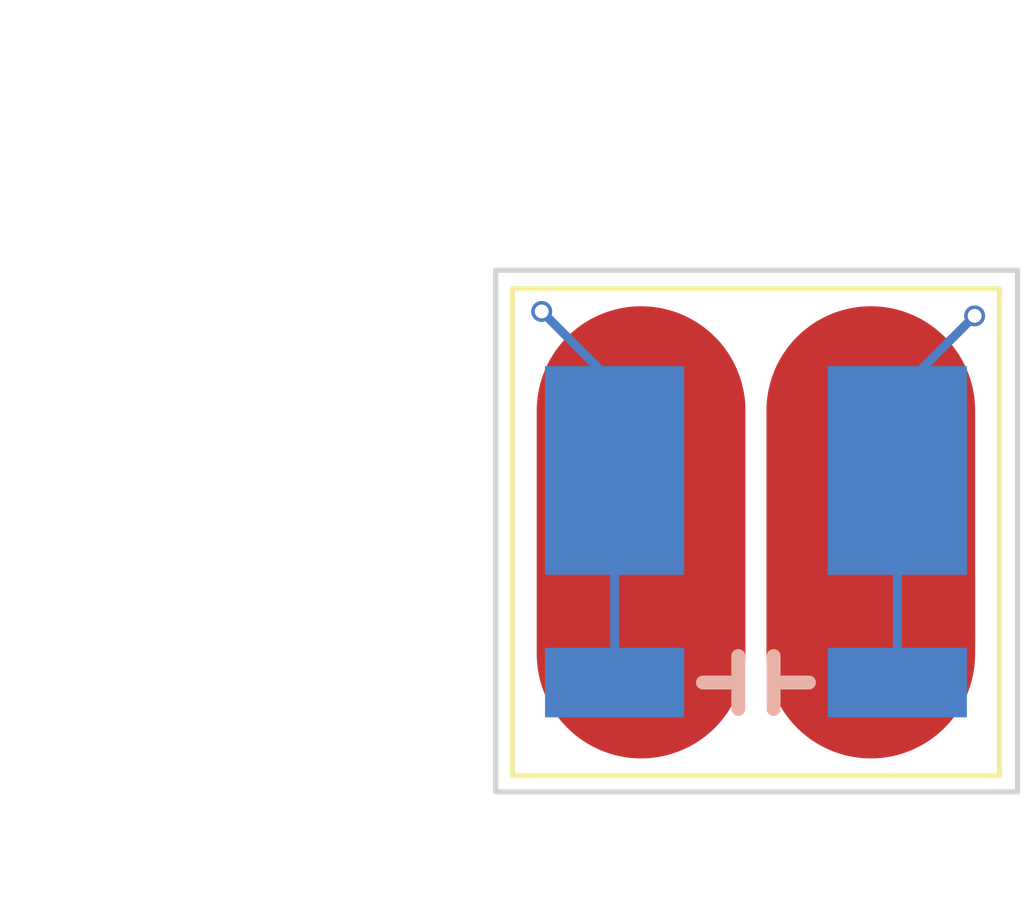
<source format=kicad_pcb>
(kicad_pcb (version 4) (host pcbnew 4.0.6)

  (general
    (links 4)
    (no_connects 0)
    (area 149.924999 89.924999 165.075001 105.075001)
    (thickness 1.6)
    (drawings 6)
    (tracks 12)
    (zones 0)
    (modules 2)
    (nets 3)
  )

  (page A4)
  (layers
    (0 F.Cu signal)
    (31 B.Cu signal)
    (32 B.Adhes user)
    (33 F.Adhes user)
    (34 B.Paste user)
    (35 F.Paste user)
    (36 B.SilkS user)
    (37 F.SilkS user)
    (38 B.Mask user)
    (39 F.Mask user)
    (40 Dwgs.User user)
    (41 Cmts.User user)
    (42 Eco1.User user)
    (43 Eco2.User user)
    (44 Edge.Cuts user)
    (45 Margin user)
    (46 B.CrtYd user)
    (47 F.CrtYd user)
    (48 B.Fab user)
    (49 F.Fab user)
  )

  (setup
    (last_trace_width 0.25)
    (trace_clearance 0.2)
    (zone_clearance 0.508)
    (zone_45_only yes)
    (trace_min 0.2)
    (segment_width 0.2)
    (edge_width 0.15)
    (via_size 0.6)
    (via_drill 0.4)
    (via_min_size 0.4)
    (via_min_drill 0.3)
    (uvia_size 0.3)
    (uvia_drill 0.1)
    (uvias_allowed no)
    (uvia_min_size 0.2)
    (uvia_min_drill 0.1)
    (pcb_text_width 0.3)
    (pcb_text_size 1.5 1.5)
    (mod_edge_width 0.15)
    (mod_text_size 1 1)
    (mod_text_width 0.15)
    (pad_size 4 2)
    (pad_drill 0)
    (pad_to_mask_clearance 0.2)
    (aux_axis_origin 188.468 96.3295)
    (visible_elements 7FFFFFFF)
    (pcbplotparams
      (layerselection 0x00030_80000001)
      (usegerberextensions false)
      (excludeedgelayer true)
      (linewidth 0.100000)
      (plotframeref false)
      (viasonmask false)
      (mode 1)
      (useauxorigin false)
      (hpglpennumber 1)
      (hpglpenspeed 20)
      (hpglpendiameter 15)
      (hpglpenoverlay 2)
      (psnegative false)
      (psa4output false)
      (plotreference true)
      (plotvalue true)
      (plotinvisibletext false)
      (padsonsilk false)
      (subtractmaskfromsilk false)
      (outputformat 1)
      (mirror false)
      (drillshape 1)
      (scaleselection 1)
      (outputdirectory ""))
  )

  (net 0 "")
  (net 1 GND)
  (net 2 "Net-(J1-Pad1)")

  (net_class Default "This is the default net class."
    (clearance 0.2)
    (trace_width 0.25)
    (via_dia 0.6)
    (via_drill 0.4)
    (uvia_dia 0.3)
    (uvia_drill 0.1)
    (add_net GND)
    (add_net "Net-(J1-Pad1)")
  )

  (module touch_two_pad (layer F.Cu) (tedit 5C1A6849) (tstamp 5C167BC9)
    (at 157.48 97.536)
    (path /5AF988CE)
    (fp_text reference JP1 (at 0 9.652) (layer F.Fab)
      (effects (font (size 1 1) (thickness 0.15)))
    )
    (fp_text value touch (at 0 8.128) (layer F.Fab)
      (effects (font (size 1 1) (thickness 0.15)))
    )
    (fp_line (start -7 7) (end 7 7) (layer F.SilkS) (width 0.15))
    (fp_line (start 7 7) (end 7 -7) (layer F.SilkS) (width 0.15))
    (fp_line (start -7 -7) (end 7 -7) (layer F.SilkS) (width 0.15))
    (fp_line (start -7 7) (end -7 -7) (layer F.SilkS) (width 0.15))
    (pad 2 smd oval (at 3.302 0) (size 6 13) (layers F.Cu F.Paste F.Mask)
      (net 2 "Net-(J1-Pad1)"))
    (pad 1 smd oval (at -3.302 0) (size 6 13) (layers F.Cu F.Paste F.Mask)
      (net 1 GND))
  )

  (module Touch_conn:touch_conn_cap (layer B.Cu) (tedit 5C16700E) (tstamp 5C167BA0)
    (at 157.48 97.79 90)
    (path /5B018E1F)
    (fp_text reference J1 (at 0 -7.112 90) (layer B.Fab)
      (effects (font (size 1 1) (thickness 0.15)) (justify mirror))
    )
    (fp_text value CONN_01X02 (at 0 -8.89 90) (layer B.Fab)
      (effects (font (size 1 1) (thickness 0.15)) (justify mirror))
    )
    (fp_line (start -4.064 -0.762) (end -4.064 -1.524) (layer B.SilkS) (width 0.4))
    (fp_line (start -4.064 0.762) (end -4.064 1.524) (layer B.SilkS) (width 0.4))
    (fp_line (start -4.826 -0.508) (end -3.302 -0.508) (layer B.SilkS) (width 0.4))
    (fp_line (start -4.826 0.508) (end -3.302 0.508) (layer B.SilkS) (width 0.4))
    (pad 2 smd rect (at -4.064 -4.064 90) (size 2 4) (layers B.Cu B.Paste B.Mask)
      (net 1 GND))
    (pad 1 smd rect (at -4.064 4.064 90) (size 2 4) (layers B.Cu B.Paste B.Mask)
      (net 2 "Net-(J1-Pad1)"))
    (pad 2 smd rect (at 2.032 -4.064 90) (size 6 4) (layers B.Cu B.Paste B.Mask)
      (net 1 GND))
    (pad 1 smd rect (at 2.032 4.064 90) (size 6 4) (layers B.Cu B.Paste B.Mask)
      (net 2 "Net-(J1-Pad1)"))
  )

  (gr_line (start 150 90) (end 165 90) (angle 90) (layer Edge.Cuts) (width 0.15))
  (dimension 14.986 (width 0.3) (layer Eco1.User)
    (gr_text "15 mm" (at 142.033001 97.4725 270) (layer Eco1.User)
      (effects (font (size 1.5 1.5) (thickness 0.3)))
    )
    (feature1 (pts (xy 149.987 104.9655) (xy 140.683001 104.9655)))
    (feature2 (pts (xy 149.987 89.9795) (xy 140.683001 89.9795)))
    (crossbar (pts (xy 143.383001 89.9795) (xy 143.383001 104.9655)))
    (arrow1a (pts (xy 143.383001 104.9655) (xy 142.79658 103.838996)))
    (arrow1b (pts (xy 143.383001 104.9655) (xy 143.969422 103.838996)))
    (arrow2a (pts (xy 143.383001 89.9795) (xy 142.79658 91.106004)))
    (arrow2b (pts (xy 143.383001 89.9795) (xy 143.969422 91.106004)))
  )
  (dimension 15.049634 (width 0.3) (layer Eco1.User)
    (gr_text "15 mm" (at 157.536749 84.086397 359.7582471) (layer Eco1.User)
      (effects (font (size 1.5 1.5) (thickness 0.3)))
    )
    (feature1 (pts (xy 165.0365 90.043) (xy 165.067195 82.768159)))
    (feature2 (pts (xy 149.987 89.9795) (xy 150.017695 82.704659)))
    (crossbar (pts (xy 150.006303 85.404635) (xy 165.055803 85.468135)))
    (arrow1a (pts (xy 165.055803 85.468135) (xy 163.926835 86.049797)))
    (arrow1b (pts (xy 165.055803 85.468135) (xy 163.931784 84.876966)))
    (arrow2a (pts (xy 150.006303 85.404635) (xy 151.130322 85.995804)))
    (arrow2b (pts (xy 150.006303 85.404635) (xy 151.135271 84.822973)))
  )
  (gr_line (start 150 105) (end 165 105) (angle 90) (layer Edge.Cuts) (width 0.15) (tstamp 5B02E455))
  (gr_line (start 165 90) (end 165 105) (angle 90) (layer Edge.Cuts) (width 0.15) (tstamp 5B02E449))
  (gr_line (start 150 90) (end 150 105) (angle 90) (layer Edge.Cuts) (width 0.15))

  (segment (start 153.416 95.758) (end 153.416 93.2815) (width 0.25) (layer B.Cu) (net 1))
  (segment (start 153.416 93.2815) (end 151.3205 91.186) (width 0.25) (layer B.Cu) (net 1) (tstamp 5C1A6AA3))
  (segment (start 151.3205 91.186) (end 154.178 94.0435) (width 0.25) (layer F.Cu) (net 1) (tstamp 5C1A6AA6))
  (via (at 151.3205 91.186) (size 0.6) (drill 0.4) (layers F.Cu B.Cu) (net 1))
  (segment (start 154.178 94.0435) (end 154.178 97.536) (width 0.25) (layer F.Cu) (net 1) (tstamp 5C1A6AA7))
  (segment (start 153.416 95.758) (end 153.416 101.854) (width 0.25) (layer B.Cu) (net 1))
  (segment (start 161.544 95.758) (end 161.544 93.5355) (width 0.25) (layer B.Cu) (net 2) (status C00000))
  (segment (start 161.544 93.5355) (end 163.7665 91.313) (width 0.25) (layer B.Cu) (net 2) (tstamp 5C1A6ABB) (status 400000))
  (segment (start 163.7665 91.313) (end 160.782 94.2975) (width 0.25) (layer F.Cu) (net 2) (tstamp 5C1A6ABE) (status 800000))
  (via (at 163.7665 91.313) (size 0.6) (drill 0.4) (layers F.Cu B.Cu) (net 2))
  (segment (start 160.782 94.2975) (end 160.782 97.536) (width 0.25) (layer F.Cu) (net 2) (tstamp 5C1A6ABF) (status C00000))
  (segment (start 161.544 95.758) (end 161.544 101.854) (width 0.25) (layer B.Cu) (net 2))

)

</source>
